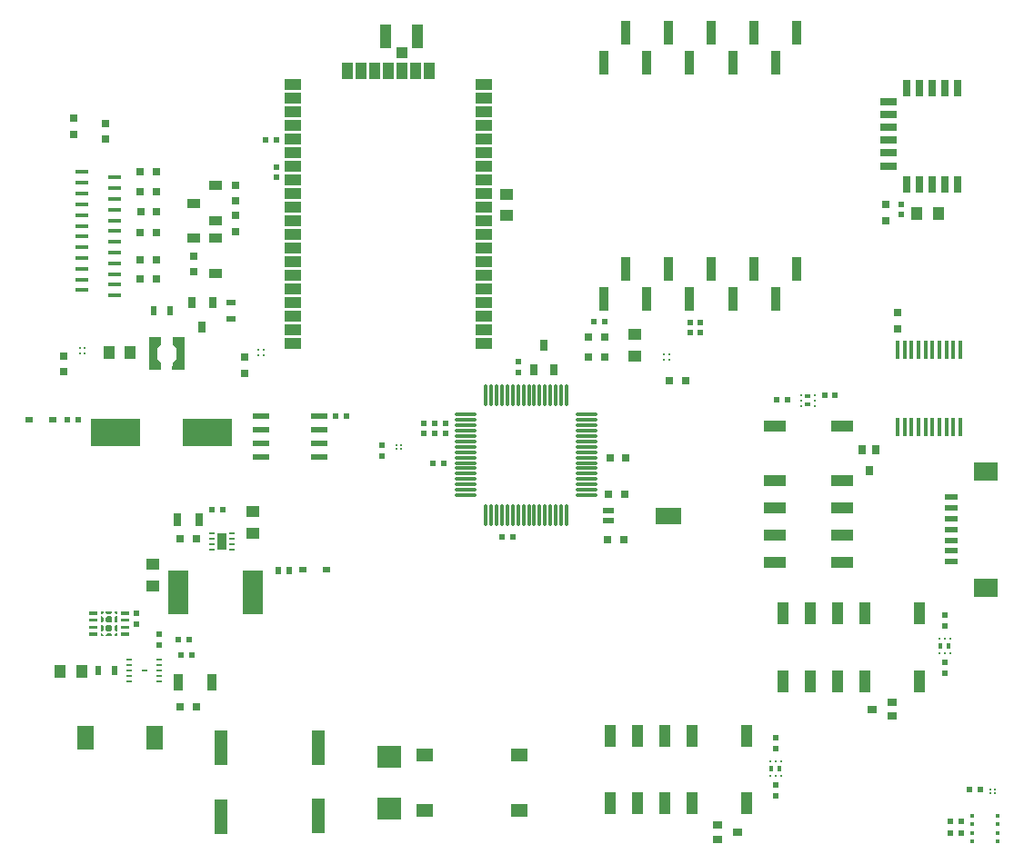
<source format=gtp>
G04*
G04 #@! TF.GenerationSoftware,Altium Limited,Altium Designer,19.0.12 (326)*
G04*
G04 Layer_Color=8421504*
%FSLAX25Y25*%
%MOIN*%
G70*
G01*
G75*
%ADD22R,0.04724X0.01378*%
%ADD23R,0.03150X0.02362*%
%ADD24R,0.18110X0.09843*%
%ADD25R,0.01968X0.01968*%
%ADD26R,0.01968X0.01968*%
%ADD27R,0.03150X0.04724*%
%ADD28R,0.05118X0.03937*%
%ADD29R,0.03543X0.02756*%
%ADD30R,0.02362X0.02756*%
%ADD31R,0.01968X0.01968*%
%ADD32R,0.09449X0.05906*%
%ADD33R,0.04331X0.02362*%
%ADD34R,0.01968X0.01968*%
%ADD35R,0.03150X0.03150*%
%ADD36C,0.00945*%
%ADD37O,0.01181X0.08268*%
%ADD38O,0.08268X0.01181*%
%ADD39R,0.02559X0.04134*%
%ADD40R,0.05118X0.02362*%
%ADD41R,0.08661X0.07087*%
%ADD42R,0.00984X0.00984*%
%ADD43R,0.01732X0.02402*%
%ADD44R,0.01968X0.01968*%
%ADD45R,0.01968X0.01968*%
%ADD46R,0.03150X0.03150*%
%ADD47R,0.03504X0.09016*%
%ADD48C,0.01142*%
%ADD49R,0.05906X0.02165*%
%ADD50R,0.01575X0.01575*%
%ADD51R,0.03937X0.04134*%
%ADD52R,0.04134X0.08661*%
%ADD53R,0.06000X0.04000*%
%ADD54R,0.04000X0.06000*%
%ADD55R,0.01772X0.06890*%
%ADD56R,0.04800X0.03600*%
%ADD57R,0.02362X0.03543*%
%ADD58R,0.03543X0.02362*%
%ADD59R,0.03937X0.05118*%
%ADD60R,0.02000X0.02000*%
%ADD61R,0.02756X0.05906*%
%ADD62R,0.05906X0.02756*%
%ADD63R,0.04370X0.07874*%
%ADD64R,0.02756X0.03543*%
%ADD65R,0.07874X0.04370*%
%ADD66R,0.02402X0.01732*%
%ADD67R,0.00984X0.00984*%
%ADD68R,0.05906X0.08661*%
%ADD69R,0.03543X0.06299*%
%ADD70R,0.02362X0.00945*%
%ADD71R,0.08504X0.08268*%
%ADD72R,0.08898X0.08268*%
%ADD73R,0.04724X0.13000*%
%ADD74R,0.05984X0.04724*%
%ADD75R,0.07520X0.15984*%
%ADD76R,0.01968X0.01102*%
G36*
X67489Y177137D02*
X62993D01*
X63001Y179893D01*
X64497Y181133D01*
Y185149D01*
X63001Y186389D01*
Y189145D01*
X67489D01*
Y177137D01*
D02*
G37*
G36*
X58985Y186389D02*
X57489Y185149D01*
Y181133D01*
X58985Y179893D01*
Y177137D01*
X54497D01*
Y189145D01*
X58993D01*
X58985Y186389D01*
D02*
G37*
G36*
X42753Y87494D02*
X42301D01*
X41744Y88051D01*
Y88429D01*
X42753D01*
Y87494D01*
D02*
G37*
G36*
X40956Y88051D02*
X40400Y87494D01*
X39200D01*
X38644Y88051D01*
Y88429D01*
X40956D01*
Y88051D01*
D02*
G37*
G36*
X37856D02*
X37299Y87494D01*
X36847D01*
Y88429D01*
X37856D01*
Y88051D01*
D02*
G37*
G36*
X47182Y87248D02*
X44032D01*
Y88430D01*
X47182D01*
Y87248D01*
D02*
G37*
G36*
X35568D02*
X32418D01*
Y88430D01*
X35568D01*
Y87248D01*
D02*
G37*
G36*
X47182Y84689D02*
X44032D01*
Y85870D01*
X47182D01*
Y84689D01*
D02*
G37*
G36*
X35568D02*
X32418D01*
Y85870D01*
X35568D01*
Y84689D01*
D02*
G37*
G36*
X42753Y84394D02*
X42301D01*
X41744Y84951D01*
Y86150D01*
X42301Y86706D01*
X42753D01*
Y84394D01*
D02*
G37*
G36*
X40956Y86150D02*
Y84951D01*
X40400Y84394D01*
X39200D01*
X38644Y84951D01*
Y86150D01*
X39200Y86706D01*
X40400D01*
X40956Y86150D01*
D02*
G37*
G36*
X37856D02*
Y84951D01*
X37299Y84394D01*
X36847D01*
Y86706D01*
X37299D01*
X37856Y86150D01*
D02*
G37*
G36*
X47182Y82130D02*
X44032D01*
Y83311D01*
X47182D01*
Y82130D01*
D02*
G37*
G36*
X35568D02*
X32418D01*
Y83311D01*
X35568D01*
Y82130D01*
D02*
G37*
G36*
X42753Y81294D02*
X42301D01*
X41744Y81850D01*
Y83049D01*
X42301Y83606D01*
X42753D01*
Y81294D01*
D02*
G37*
G36*
X40956Y83049D02*
Y81850D01*
X40400Y81294D01*
X39200D01*
X38644Y81850D01*
Y83049D01*
X39200Y83606D01*
X40400D01*
X40956Y83049D01*
D02*
G37*
G36*
X37856D02*
Y81850D01*
X37299Y81294D01*
X36847D01*
Y83606D01*
X37299D01*
X37856Y83049D01*
D02*
G37*
G36*
X42753Y79571D02*
X41744D01*
Y79949D01*
X42301Y80506D01*
X42753D01*
Y79571D01*
D02*
G37*
G36*
X40956Y79949D02*
Y79571D01*
X38644D01*
Y79949D01*
X39200Y80506D01*
X40400D01*
X40956Y79949D01*
D02*
G37*
G36*
X37856D02*
Y79571D01*
X36847D01*
Y80506D01*
X37299D01*
X37856Y79949D01*
D02*
G37*
G36*
X47182Y79570D02*
X44032D01*
Y80752D01*
X47182D01*
Y79570D01*
D02*
G37*
G36*
X35568D02*
X32418D01*
Y80752D01*
X35568D01*
Y79570D01*
D02*
G37*
D22*
X29689Y249678D02*
D03*
Y245741D02*
D03*
Y241804D02*
D03*
Y237867D02*
D03*
Y233930D02*
D03*
Y229993D02*
D03*
Y226056D02*
D03*
Y222119D02*
D03*
Y218182D02*
D03*
Y214245D02*
D03*
Y210308D02*
D03*
X41697Y247710D02*
D03*
Y243773D02*
D03*
Y239836D02*
D03*
Y235899D02*
D03*
Y231962D02*
D03*
Y228025D02*
D03*
Y224088D02*
D03*
Y220151D02*
D03*
Y216214D02*
D03*
Y212277D02*
D03*
Y208340D02*
D03*
X29689Y206371D02*
D03*
X41697Y204403D02*
D03*
D23*
X19050Y158900D02*
D03*
X10350D02*
D03*
X110674Y103700D02*
D03*
X119374D02*
D03*
D24*
X42049Y154336D02*
D03*
X75907D02*
D03*
D25*
X24532Y158800D02*
D03*
X77588Y125676D02*
D03*
X66331Y72600D02*
D03*
X97300Y261600D02*
D03*
X305968Y167843D02*
D03*
X284637Y166043D02*
D03*
D26*
X28468Y158800D02*
D03*
X81525Y125676D02*
D03*
X70268Y72600D02*
D03*
X163068Y157643D02*
D03*
X159132D02*
D03*
X163068Y153874D02*
D03*
X159132D02*
D03*
X101237Y261600D02*
D03*
X302031Y167843D02*
D03*
X288574Y166043D02*
D03*
D27*
X64863Y122176D02*
D03*
X72737D02*
D03*
D28*
X232578Y182263D02*
D03*
Y190137D02*
D03*
X185400Y233763D02*
D03*
Y241637D02*
D03*
X55726Y105806D02*
D03*
Y97932D02*
D03*
X92544Y117263D02*
D03*
Y125137D02*
D03*
D29*
X262767Y10109D02*
D03*
X270247Y7550D02*
D03*
X262767Y4991D02*
D03*
X326933Y55209D02*
D03*
X319453Y52650D02*
D03*
X326933Y50091D02*
D03*
D30*
X101831Y103600D02*
D03*
X105769D02*
D03*
D31*
X139900Y145575D02*
D03*
Y149512D02*
D03*
X189800Y176075D02*
D03*
Y180012D02*
D03*
X155300Y153675D02*
D03*
Y157612D02*
D03*
X256478Y190732D02*
D03*
Y194668D02*
D03*
X101100Y251669D02*
D03*
Y247731D02*
D03*
D32*
X244782Y123600D02*
D03*
D33*
X222932Y121828D02*
D03*
Y125372D02*
D03*
D34*
X187712Y115800D02*
D03*
X183775D02*
D03*
X162469Y142943D02*
D03*
X158531D02*
D03*
X217510Y194800D02*
D03*
X221447D02*
D03*
X359068Y23200D02*
D03*
X355132D02*
D03*
X122831Y160300D02*
D03*
X126769D02*
D03*
X352168Y11500D02*
D03*
X348232D02*
D03*
X352168Y7300D02*
D03*
X348232D02*
D03*
X69169Y78100D02*
D03*
X65232D02*
D03*
D35*
X222604Y115000D02*
D03*
X228510D02*
D03*
X222904Y131500D02*
D03*
X228810D02*
D03*
X229253Y144843D02*
D03*
X223347D02*
D03*
X215526Y189200D02*
D03*
X221431D02*
D03*
X215626Y181900D02*
D03*
X221531D02*
D03*
X245226Y173273D02*
D03*
X251131D02*
D03*
X51240Y249740D02*
D03*
X57146D02*
D03*
X51240Y242440D02*
D03*
X57146D02*
D03*
X51340Y235140D02*
D03*
X57246D02*
D03*
X51140Y227440D02*
D03*
X57046D02*
D03*
X57146Y217640D02*
D03*
X51240D02*
D03*
X57146Y210340D02*
D03*
X51240D02*
D03*
X71753Y53370D02*
D03*
X65847D02*
D03*
X65896Y115064D02*
D03*
X71802D02*
D03*
D36*
X145213Y148056D02*
D03*
Y149630D02*
D03*
X146787Y148056D02*
D03*
Y149630D02*
D03*
X362913Y23287D02*
D03*
X364487D02*
D03*
X362913Y21713D02*
D03*
X364487D02*
D03*
D37*
X207464Y167990D02*
D03*
X205495D02*
D03*
X203527D02*
D03*
X201558D02*
D03*
X199590D02*
D03*
X197621D02*
D03*
X195653D02*
D03*
X193684D02*
D03*
X191716D02*
D03*
X189747D02*
D03*
X187779D02*
D03*
X185810D02*
D03*
X183842D02*
D03*
X181873D02*
D03*
X179905D02*
D03*
X177936D02*
D03*
Y123896D02*
D03*
X179905D02*
D03*
X181873D02*
D03*
X183842D02*
D03*
X185810D02*
D03*
X187779D02*
D03*
X189747D02*
D03*
X191716D02*
D03*
X193684D02*
D03*
X195653D02*
D03*
X197621D02*
D03*
X199590D02*
D03*
X201558D02*
D03*
X203527D02*
D03*
X205495D02*
D03*
X207464D02*
D03*
D38*
X170653Y160707D02*
D03*
Y158738D02*
D03*
Y156770D02*
D03*
Y154801D02*
D03*
Y152833D02*
D03*
Y150864D02*
D03*
Y148896D02*
D03*
Y146927D02*
D03*
Y144959D02*
D03*
Y142990D02*
D03*
Y141022D02*
D03*
Y139053D02*
D03*
Y137085D02*
D03*
Y135116D02*
D03*
Y133148D02*
D03*
Y131179D02*
D03*
X214747D02*
D03*
Y133148D02*
D03*
Y135116D02*
D03*
Y137085D02*
D03*
Y139053D02*
D03*
Y141022D02*
D03*
Y142990D02*
D03*
Y144959D02*
D03*
Y146927D02*
D03*
Y148896D02*
D03*
Y150864D02*
D03*
Y152833D02*
D03*
Y154801D02*
D03*
Y156770D02*
D03*
Y158738D02*
D03*
Y160707D02*
D03*
D39*
X202940Y177015D02*
D03*
X199200Y186071D02*
D03*
X195460Y177015D02*
D03*
X77733Y201918D02*
D03*
X73993Y192863D02*
D03*
X70253Y201918D02*
D03*
D40*
X348502Y130361D02*
D03*
Y126424D02*
D03*
Y122487D02*
D03*
Y118550D02*
D03*
Y114613D02*
D03*
Y110676D02*
D03*
Y106739D02*
D03*
D41*
X361298Y139810D02*
D03*
Y97290D02*
D03*
D42*
X286012Y33558D02*
D03*
X284043D02*
D03*
X282075D02*
D03*
Y28242D02*
D03*
X284043D02*
D03*
X286012D02*
D03*
X348012Y73043D02*
D03*
X346043D02*
D03*
X344075D02*
D03*
Y78357D02*
D03*
X346043D02*
D03*
X348012D02*
D03*
D43*
X285539Y30900D02*
D03*
X282547D02*
D03*
X344547Y75700D02*
D03*
X347539D02*
D03*
D44*
X284043Y38326D02*
D03*
X330185Y237945D02*
D03*
X252678Y194668D02*
D03*
X284043Y24769D02*
D03*
X346043Y69769D02*
D03*
X346143Y83131D02*
D03*
X49900Y87868D02*
D03*
X58200Y76247D02*
D03*
D45*
X284043Y42263D02*
D03*
X330185Y234008D02*
D03*
X252678Y190732D02*
D03*
X284043Y20831D02*
D03*
X346043Y65832D02*
D03*
X346143Y87068D02*
D03*
X49900Y83931D02*
D03*
X58200Y80184D02*
D03*
D46*
X324485Y237829D02*
D03*
Y231924D02*
D03*
X89566Y181789D02*
D03*
Y175884D02*
D03*
X328778Y192247D02*
D03*
Y198153D02*
D03*
X26993Y263488D02*
D03*
Y269393D02*
D03*
X38393Y261688D02*
D03*
Y267593D02*
D03*
X86193Y239088D02*
D03*
Y244993D02*
D03*
X86200Y227847D02*
D03*
Y233753D02*
D03*
X70793Y218993D02*
D03*
Y213088D02*
D03*
X23249Y182296D02*
D03*
Y176391D02*
D03*
D47*
X291994Y300858D02*
D03*
X276246D02*
D03*
X260498D02*
D03*
X244750D02*
D03*
X284120Y289874D02*
D03*
X268372D02*
D03*
X252624D02*
D03*
X236876D02*
D03*
X291994Y214259D02*
D03*
X276246D02*
D03*
X260498D02*
D03*
X244750D02*
D03*
X284120Y203274D02*
D03*
X268373D02*
D03*
X252624D02*
D03*
X236876D02*
D03*
X229002Y300858D02*
D03*
X221128Y289874D02*
D03*
X229002Y214259D02*
D03*
X221128Y203274D02*
D03*
D48*
X245206Y182884D02*
D03*
Y180916D02*
D03*
X243237Y182884D02*
D03*
Y180916D02*
D03*
X94554Y182416D02*
D03*
Y184384D02*
D03*
X96523Y182416D02*
D03*
Y184384D02*
D03*
X29009Y185225D02*
D03*
X30977D02*
D03*
X29009Y183256D02*
D03*
X30977D02*
D03*
D49*
X95470Y160200D02*
D03*
Y155200D02*
D03*
Y150200D02*
D03*
Y145200D02*
D03*
X116730Y160200D02*
D03*
Y155200D02*
D03*
Y150200D02*
D03*
Y145200D02*
D03*
D50*
X356076Y4176D02*
D03*
Y7325D02*
D03*
Y10475D02*
D03*
Y13624D02*
D03*
X365524Y4176D02*
D03*
Y7325D02*
D03*
Y10475D02*
D03*
Y13624D02*
D03*
D51*
X147100Y293600D02*
D03*
D52*
X152907Y299604D02*
D03*
X141293D02*
D03*
D53*
X107100Y281700D02*
D03*
Y276700D02*
D03*
Y271700D02*
D03*
Y266700D02*
D03*
Y261700D02*
D03*
Y256700D02*
D03*
Y251700D02*
D03*
Y246700D02*
D03*
Y241700D02*
D03*
Y236700D02*
D03*
Y231700D02*
D03*
Y226700D02*
D03*
Y221700D02*
D03*
Y216700D02*
D03*
Y211700D02*
D03*
Y206700D02*
D03*
Y201700D02*
D03*
Y196700D02*
D03*
Y191700D02*
D03*
Y186700D02*
D03*
X177100Y281700D02*
D03*
Y276700D02*
D03*
Y271700D02*
D03*
Y266700D02*
D03*
Y261700D02*
D03*
Y256700D02*
D03*
Y251700D02*
D03*
Y246700D02*
D03*
Y241700D02*
D03*
Y236700D02*
D03*
Y231700D02*
D03*
Y226700D02*
D03*
Y221700D02*
D03*
Y216700D02*
D03*
Y211700D02*
D03*
Y206700D02*
D03*
Y201700D02*
D03*
Y196700D02*
D03*
Y191700D02*
D03*
Y186700D02*
D03*
D54*
X132100Y286700D02*
D03*
X137100D02*
D03*
X142100D02*
D03*
X147100D02*
D03*
X152100D02*
D03*
X157100D02*
D03*
X127100D02*
D03*
D55*
X351816Y184573D02*
D03*
X349257D02*
D03*
X346698D02*
D03*
X344139D02*
D03*
X341580D02*
D03*
X339020D02*
D03*
X336461D02*
D03*
X333902D02*
D03*
X331343D02*
D03*
X328784D02*
D03*
X351816Y156227D02*
D03*
X349257D02*
D03*
X346698D02*
D03*
X344139D02*
D03*
X341580D02*
D03*
X339020D02*
D03*
X336461D02*
D03*
X333902D02*
D03*
X331343D02*
D03*
X328784D02*
D03*
D56*
X78793Y225390D02*
D03*
Y212490D02*
D03*
X70893Y238290D02*
D03*
Y225390D02*
D03*
X78693Y231990D02*
D03*
Y244890D02*
D03*
D57*
X62146Y198840D02*
D03*
X56240D02*
D03*
X35847Y66800D02*
D03*
X41753D02*
D03*
D58*
X84593Y195838D02*
D03*
Y201744D02*
D03*
D59*
X39756Y183440D02*
D03*
X47630D02*
D03*
X335963Y234577D02*
D03*
X343837D02*
D03*
X21863Y66655D02*
D03*
X29737D02*
D03*
D60*
X55993Y183141D02*
D03*
X65993D02*
D03*
D61*
X350978Y245059D02*
D03*
X341529D02*
D03*
X336805D02*
D03*
X332080D02*
D03*
Y280492D02*
D03*
X336805D02*
D03*
X341529D02*
D03*
X346253D02*
D03*
Y245059D02*
D03*
X350978Y280492D02*
D03*
D62*
X325584Y251949D02*
D03*
Y256674D02*
D03*
Y261398D02*
D03*
Y266122D02*
D03*
Y270847D02*
D03*
Y275571D02*
D03*
D63*
X273643Y18218D02*
D03*
X253643D02*
D03*
X243643D02*
D03*
X233643D02*
D03*
X223643D02*
D03*
Y42982D02*
D03*
X233643D02*
D03*
X243643D02*
D03*
X253643D02*
D03*
X273643D02*
D03*
X336843Y62918D02*
D03*
X316843D02*
D03*
X306843D02*
D03*
X296843D02*
D03*
X286843D02*
D03*
Y87682D02*
D03*
X296843D02*
D03*
X306843D02*
D03*
X316843D02*
D03*
X336843D02*
D03*
D64*
X315811Y147733D02*
D03*
X318370Y140253D02*
D03*
X320929Y147733D02*
D03*
D65*
X308482Y156643D02*
D03*
Y136643D02*
D03*
Y126643D02*
D03*
Y116643D02*
D03*
Y106643D02*
D03*
X283718D02*
D03*
Y116643D02*
D03*
Y126643D02*
D03*
Y136643D02*
D03*
Y156643D02*
D03*
D66*
X296000Y164447D02*
D03*
Y167439D02*
D03*
D67*
X298657Y167912D02*
D03*
Y165943D02*
D03*
Y163975D02*
D03*
X293342D02*
D03*
Y165943D02*
D03*
Y167912D02*
D03*
D68*
X31281Y42081D02*
D03*
X56478D02*
D03*
D69*
X77502Y62500D02*
D03*
X65298D02*
D03*
X81246Y114200D02*
D03*
D70*
X52700Y66830D02*
D03*
X47188Y70767D02*
D03*
Y68799D02*
D03*
Y66830D02*
D03*
Y64862D02*
D03*
Y62893D02*
D03*
X58212Y70767D02*
D03*
Y68799D02*
D03*
Y66830D02*
D03*
Y64862D02*
D03*
Y62893D02*
D03*
D71*
X142400Y16013D02*
D03*
D72*
Y35187D02*
D03*
D73*
X81000Y13202D02*
D03*
Y38398D02*
D03*
X116570Y13402D02*
D03*
Y38598D02*
D03*
D74*
X190005Y35882D02*
D03*
X155595D02*
D03*
Y15410D02*
D03*
X190005D02*
D03*
D75*
X65134Y95629D02*
D03*
X92615D02*
D03*
D76*
X77505Y117153D02*
D03*
Y115184D02*
D03*
Y113216D02*
D03*
Y111247D02*
D03*
X84986D02*
D03*
Y113216D02*
D03*
Y115184D02*
D03*
Y117153D02*
D03*
M02*

</source>
